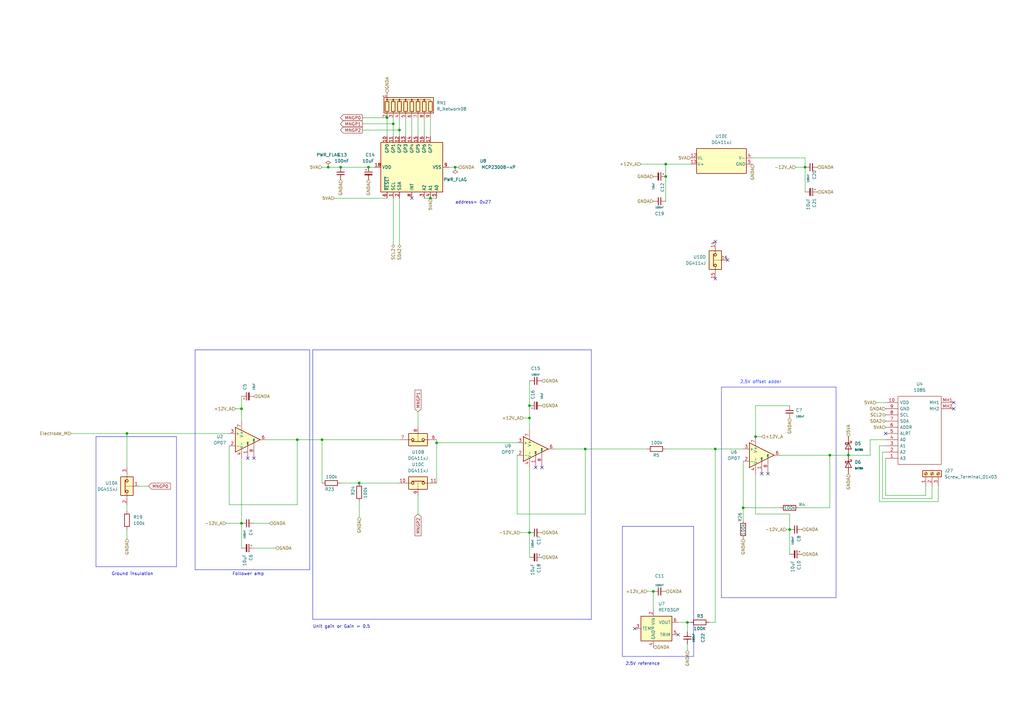
<source format=kicad_sch>
(kicad_sch (version 20230121) (generator eeschema)
  (paper "A3")
  (lib_symbols
    (symbol "1085:1085" (pin_names (offset 0.762))
      (property "Reference" "IC" (at 24.13 7.62 0))
      (property "Value" "1085" (at 24.13 5.08 0))
      (symbol "1085_0_0"
        (pin passive line (at 0 -22.86 0) (length 5.08) (name "A3") (number "1"))
        (pin passive line (at 0 0 0) (length 5.08) (name "VDD") (number "10"))
        (pin passive line (at 0 -20.32 0) (length 5.08) (name "A2") (number "2"))
        (pin passive line (at 0 -17.78 0) (length 5.08) (name "A1") (number "3"))
        (pin passive line (at 0 -15.24 0) (length 5.08) (name "A0") (number "4"))
        (pin passive line (at 0 -12.7 0) (length 5.08) (name "ALRT") (number "5"))
        (pin passive line (at 0 -10.16 0) (length 5.08) (name "ADDR") (number "6"))
        (pin passive line (at 0 -7.62 0) (length 5.08) (name "SDA") (number "7"))
        (pin passive line (at 0 -5.08 0) (length 5.08) (name "SCL") (number "8"))
        (pin passive line (at 0 -2.54 0) (length 5.08) (name "GND") (number "9"))
        (pin passive line (at 27.94 0 180) (length 5.08) (name "MH1") (number "MH1"))
        (pin passive line (at 27.94 -2.54 180) (length 5.08) (name "MH2") (number "MH2"))
      )
      (symbol "1085_0_1"
        (polyline (pts (xy 5.08 2.54) (xy 22.86 2.54) (xy 22.86 -25.4) (xy 5.08 -25.4) (xy 5.08 2.54)) (stroke (width 0.1524)))
      )
    )
    (symbol "Amplifier_Operational:OP07" (pin_names (offset 0.127))
      (property "Reference" "U" (at 1.27 6.35 0))
      (property "Value" "OP07" (at 1.27 3.81 0))
      (symbol "OP07_0_1"
        (polyline (pts (xy -5.08 5.08) (xy 5.08 0) (xy -5.08 -5.08) (xy -5.08 5.08)) (stroke (width 0.254)) (fill (type background)))
      )
      (symbol "OP07_1_1"
        (pin input line (at 0 -7.62 90) (length 5.08) (name "VOS") (number "1"))
        (pin input line (at -7.62 -2.54 0) (length 2.54) (name "-") (number "2"))
        (pin input line (at -7.62 2.54 0) (length 2.54) (name "+") (number "3"))
        (pin power_in line (at -2.54 -7.62 90) (length 3.81) (name "V-") (number "4"))
        (pin no_connect line (at 0 2.54 270) (length 2.54) hide (name "NC") (number "5"))
        (pin output line (at 7.62 0 180) (length 2.54) (name "~") (number "6"))
        (pin power_in line (at -2.54 7.62 270) (length 3.81) (name "V+") (number "7"))
        (pin input line (at 2.54 -7.62 90) (length 6.35) (name "VOS") (number "8"))
      )
    )
    (symbol "Analog_Switch:DG411xJ" (pin_names (offset 0.254))
      (property "Reference" "U" (at -3.175 5.334 0))
      (property "Value" "DG411xJ" (at -3.175 3.556 0))
      (symbol "DG411xJ_1_1"
        (rectangle (start -3.81 2.54) (end 3.81 -2.54) (stroke (width 0.254)) (fill (type background)))
        (circle (center -2.159 0) (radius 0.508) (stroke (width 0.254)))
        (polyline (pts (xy -5.08 0) (xy -2.794 0)))
        (polyline (pts (xy -2.54 0.762) (xy 2.54 0.762)) (stroke (width 0.254)))
        (polyline (pts (xy 0 -2.54) (xy 0 -2.032)))
        (polyline (pts (xy 0 -1.778) (xy 0 -1.524)))
        (polyline (pts (xy 0 -1.27) (xy 0 -1.016)))
        (polyline (pts (xy 0 -0.762) (xy 0 -0.508)))
        (polyline (pts (xy 0 -0.254) (xy 0 0)))
        (polyline (pts (xy 0 0.254) (xy 0 0.508)))
        (polyline (pts (xy 5.08 0) (xy 2.794 0)))
        (circle (center 2.159 0) (radius 0.508) (stroke (width 0.254)))
        (pin input line (at 0 -5.08 90) (length 2.54) (name "~") (number "1"))
        (pin passive line (at -7.62 0 0) (length 2.54) (name "~") (number "2"))
        (pin passive line (at 7.62 0 180) (length 2.54) (name "~") (number "3"))
      )
      (symbol "DG411xJ_2_1"
        (rectangle (start -3.81 2.54) (end 3.81 -2.54) (stroke (width 0.254)) (fill (type background)))
        (circle (center -2.159 0) (radius 0.508) (stroke (width 0.254)))
        (polyline (pts (xy -5.08 0) (xy -2.794 0)))
        (polyline (pts (xy -2.54 0.762) (xy 2.54 0.762)) (stroke (width 0.254)))
        (polyline (pts (xy 0 -2.54) (xy 0 -2.032)))
        (polyline (pts (xy 0 -1.778) (xy 0 -1.524)))
        (polyline (pts (xy 0 -1.27) (xy 0 -1.016)))
        (polyline (pts (xy 0 -0.762) (xy 0 -0.508)))
        (polyline (pts (xy 0 -0.254) (xy 0 0)))
        (polyline (pts (xy 0 0.254) (xy 0 0.508)))
        (polyline (pts (xy 5.08 0) (xy 2.794 0)))
        (circle (center 2.159 0) (radius 0.508) (stroke (width 0.254)))
        (pin passive line (at -7.62 0 0) (length 2.54) (name "~") (number "6"))
        (pin passive line (at 7.62 0 180) (length 2.54) (name "~") (number "7"))
        (pin input line (at 0 -5.08 90) (length 2.54) (name "~") (number "8"))
      )
      (symbol "DG411xJ_3_1"
        (rectangle (start -3.81 2.54) (end 3.81 -2.54) (stroke (width 0.254)) (fill (type background)))
        (circle (center -2.159 0) (radius 0.508) (stroke (width 0.254)))
        (polyline (pts (xy -5.08 0) (xy -2.794 0)))
        (polyline (pts (xy -2.54 0.762) (xy 2.54 0.762)) (stroke (width 0.254)))
        (polyline (pts (xy 0 -2.54) (xy 0 -2.032)))
        (polyline (pts (xy 0 -1.778) (xy 0 -1.524)))
        (polyline (pts (xy 0 -1.27) (xy 0 -1.016)))
        (polyline (pts (xy 0 -0.762) (xy 0 -0.508)))
        (polyline (pts (xy 0 -0.254) (xy 0 0)))
        (polyline (pts (xy 0 0.254) (xy 0 0.508)))
        (polyline (pts (xy 5.08 0) (xy 2.794 0)))
        (circle (center 2.159 0) (radius 0.508) (stroke (width 0.254)))
        (pin passive line (at -7.62 0 0) (length 2.54) (name "~") (number "10"))
        (pin passive line (at 7.62 0 180) (length 2.54) (name "~") (number "11"))
        (pin input line (at 0 -5.08 90) (length 2.54) (name "~") (number "9"))
      )
      (symbol "DG411xJ_4_1"
        (rectangle (start -3.81 2.54) (end 3.81 -2.54) (stroke (width 0.254)) (fill (type background)))
        (circle (center -2.159 0) (radius 0.508) (stroke (width 0.254)))
        (polyline (pts (xy -5.08 0) (xy -2.794 0)))
        (polyline (pts (xy -2.54 0.762) (xy 2.54 0.762)) (stroke (width 0.254)))
        (polyline (pts (xy 0 -2.54) (xy 0 -2.032)))
        (polyline (pts (xy 0 -1.778) (xy 0 -1.524)))
        (polyline (pts (xy 0 -1.27) (xy 0 -1.016)))
        (polyline (pts (xy 0 -0.762) (xy 0 -0.508)))
        (polyline (pts (xy 0 -0.254) (xy 0 0)))
        (polyline (pts (xy 0 0.254) (xy 0 0.508)))
        (polyline (pts (xy 5.08 0) (xy 2.794 0)))
        (circle (center 2.159 0) (radius 0.508) (stroke (width 0.254)))
        (pin passive line (at 7.62 0 180) (length 2.54) (name "~") (number "14"))
        (pin passive line (at -7.62 0 0) (length 2.54) (name "~") (number "15"))
        (pin input line (at 0 -5.08 90) (length 2.54) (name "~") (number "16"))
      )
      (symbol "DG411xJ_5_0"
        (pin power_in line (at 2.54 12.7 270) (length 2.54) (name "VL") (number "12"))
        (pin power_in line (at 0 12.7 270) (length 2.54) (name "V+") (number "13"))
        (pin power_in line (at 2.54 -12.7 90) (length 2.54) (name "V-") (number "4"))
        (pin power_in line (at 0 -12.7 90) (length 2.54) (name "GND") (number "5"))
      )
      (symbol "DG411xJ_5_1"
        (rectangle (start -3.81 10.16) (end 6.35 -10.16) (stroke (width 0.254)) (fill (type background)))
      )
    )
    (symbol "Connector:Screw_Terminal_01x03" (pin_names (offset 1.016) hide)
      (property "Reference" "J" (at 0 5.08 0))
      (property "Value" "Screw_Terminal_01x03" (at 0 -5.08 0))
      (symbol "Screw_Terminal_01x03_1_1"
        (rectangle (start -1.27 3.81) (end 1.27 -3.81) (stroke (width 0.254)) (fill (type background)))
        (circle (center 0 -2.54) (radius 0.635) (stroke (width 0.1524)))
        (polyline (pts (xy -0.5334 -2.2098) (xy 0.3302 -3.048)) (stroke (width 0.1524)))
        (polyline (pts (xy -0.5334 0.3302) (xy 0.3302 -0.508)) (stroke (width 0.1524)))
        (polyline (pts (xy -0.5334 2.8702) (xy 0.3302 2.032)) (stroke (width 0.1524)))
        (polyline (pts (xy -0.3556 -2.032) (xy 0.508 -2.8702)) (stroke (width 0.1524)))
        (polyline (pts (xy -0.3556 0.508) (xy 0.508 -0.3302)) (stroke (width 0.1524)))
        (polyline (pts (xy -0.3556 3.048) (xy 0.508 2.2098)) (stroke (width 0.1524)))
        (circle (center 0 0) (radius 0.635) (stroke (width 0.1524)))
        (circle (center 0 2.54) (radius 0.635) (stroke (width 0.1524)))
        (pin passive line (at -5.08 2.54 0) (length 3.81) (name "Pin_1") (number "1"))
        (pin passive line (at -5.08 0 0) (length 3.81) (name "Pin_2") (number "2"))
        (pin passive line (at -5.08 -2.54 0) (length 3.81) (name "Pin_3") (number "3"))
      )
    )
    (symbol "Device:C_Polarized_Small" (pin_numbers hide) (pin_names (offset 0.254) hide)
      (property "Reference" "C" (at 0.254 1.778 0))
      (property "Value" "C_Polarized_Small" (at 0.254 -2.032 0))
      (symbol "C_Polarized_Small_0_1"
        (rectangle (start -1.524 -0.3048) (end 1.524 -0.6858) (fill (type outline)))
        (rectangle (start -1.524 0.6858) (end 1.524 0.3048))
        (polyline (pts (xy -1.27 1.524) (xy -0.762 1.524)))
        (polyline (pts (xy -1.016 1.27) (xy -1.016 1.778)))
      )
      (symbol "C_Polarized_Small_1_1"
        (pin passive line (at 0 2.54 270) (length 1.8542) (name "~") (number "1"))
        (pin passive line (at 0 -2.54 90) (length 1.8542) (name "~") (number "2"))
      )
    )
    (symbol "Device:C_Small" (pin_numbers hide) (pin_names (offset 0.254) hide)
      (property "Reference" "C" (at 0.254 1.778 0))
      (property "Value" "C_Small" (at 0.254 -2.032 0))
      (symbol "C_Small_0_1"
        (polyline (pts (xy -1.524 -0.508) (xy 1.524 -0.508)) (stroke (width 0.3302)))
        (polyline (pts (xy -1.524 0.508) (xy 1.524 0.508)) (stroke (width 0.3048)))
      )
      (symbol "C_Small_1_1"
        (pin passive line (at 0 2.54 270) (length 2.032) (name "~") (number "1"))
        (pin passive line (at 0 -2.54 90) (length 2.032) (name "~") (number "2"))
      )
    )
    (symbol "Device:R" (pin_numbers hide) (pin_names (offset 0))
      (property "Reference" "R" (at 2.032 0 90))
      (property "Value" "R" (at 0 0 90))
      (symbol "R_0_1"
        (rectangle (start -1.016 -2.54) (end 1.016 2.54) (stroke (width 0.254)))
      )
      (symbol "R_1_1"
        (pin passive line (at 0 3.81 270) (length 1.27) (name "~") (number "1"))
        (pin passive line (at 0 -3.81 90) (length 1.27) (name "~") (number "2"))
      )
    )
    (symbol "Device:R_Network08" (pin_names (offset 0) hide)
      (property "Reference" "RN" (at -12.7 0 90))
      (property "Value" "R_Network08" (at 10.16 0 90))
      (symbol "R_Network08_0_1"
        (rectangle (start -11.43 -3.175) (end 8.89 3.175) (stroke (width 0.254)) (fill (type background)))
        (rectangle (start -10.922 1.524) (end -9.398 -2.54) (stroke (width 0.254)))
        (circle (center -10.16 2.286) (radius 0.254) (fill (type outline)))
        (rectangle (start -8.382 1.524) (end -6.858 -2.54) (stroke (width 0.254)))
        (circle (center -7.62 2.286) (radius 0.254) (fill (type outline)))
        (rectangle (start -5.842 1.524) (end -4.318 -2.54) (stroke (width 0.254)))
        (circle (center -5.08 2.286) (radius 0.254) (fill (type outline)))
        (rectangle (start -3.302 1.524) (end -1.778 -2.54) (stroke (width 0.254)))
        (circle (center -2.54 2.286) (radius 0.254) (fill (type outline)))
        (rectangle (start -0.762 1.524) (end 0.762 -2.54) (stroke (width 0.254)))
        (polyline (pts (xy -10.16 -2.54) (xy -10.16 -3.81)))
        (polyline (pts (xy -7.62 -2.54) (xy -7.62 -3.81)))
        (polyline (pts (xy -5.08 -2.54) (xy -5.08 -3.81)))
        (polyline (pts (xy -2.54 -2.54) (xy -2.54 -3.81)))
        (polyline (pts (xy 0 -2.54) (xy 0 -3.81)))
        (polyline (pts (xy 2.54 -2.54) (xy 2.54 -3.81)))
        (polyline (pts (xy 5.08 -2.54) (xy 5.08 -3.81)))
        (polyline (pts (xy 7.62 -2.54) (xy 7.62 -3.81)))
        (polyline (pts (xy -10.16 1.524) (xy -10.16 2.286) (xy -7.62 2.286) (xy -7.62 1.524)))
        (polyline (pts (xy -7.62 1.524) (xy -7.62 2.286) (xy -5.08 2.286) (xy -5.08 1.524)))
        (polyline (pts (xy -5.08 1.524) (xy -5.08 2.286) (xy -2.54 2.286) (xy -2.54 1.524)))
        (polyline (pts (xy -2.54 1.524) (xy -2.54 2.286) (xy 0 2.286) (xy 0 1.524)))
        (polyline (pts (xy 0 1.524) (xy 0 2.286) (xy 2.54 2.286) (xy 2.54 1.524)))
        (polyline (pts (xy 2.54 1.524) (xy 2.54 2.286) (xy 5.08 2.286) (xy 5.08 1.524)))
        (polyline (pts (xy 5.08 1.524) (xy 5.08 2.286) (xy 7.62 2.286) (xy 7.62 1.524)))
        (circle (center 0 2.286) (radius 0.254) (fill (type outline)))
        (rectangle (start 1.778 1.524) (end 3.302 -2.54) (stroke (width 0.254)))
        (circle (center 2.54 2.286) (radius 0.254) (fill (type outline)))
        (rectangle (start 4.318 1.524) (end 5.842 -2.54) (stroke (width 0.254)))
        (circle (center 5.08 2.286) (radius 0.254) (fill (type outline)))
        (rectangle (start 6.858 1.524) (end 8.382 -2.54) (stroke (width 0.254)))
      )
      (symbol "R_Network08_1_1"
        (pin passive line (at -10.16 5.08 270) (length 2.54) (name "common") (number "1"))
        (pin passive line (at -10.16 -5.08 90) (length 1.27) (name "R1") (number "2"))
        (pin passive line (at -7.62 -5.08 90) (length 1.27) (name "R2") (number "3"))
        (pin passive line (at -5.08 -5.08 90) (length 1.27) (name "R3") (number "4"))
        (pin passive line (at -2.54 -5.08 90) (length 1.27) (name "R4") (number "5"))
        (pin passive line (at 0 -5.08 90) (length 1.27) (name "R5") (number "6"))
        (pin passive line (at 2.54 -5.08 90) (length 1.27) (name "R6") (number "7"))
        (pin passive line (at 5.08 -5.08 90) (length 1.27) (name "R7") (number "8"))
        (pin passive line (at 7.62 -5.08 90) (length 1.27) (name "R8") (number "9"))
      )
    )
    (symbol "Diode:BAT86" (pin_numbers hide) (pin_names (offset 1.016) hide)
      (property "Reference" "D" (at 0 2.54 0))
      (property "Value" "BAT86" (at 0 -2.54 0))
      (symbol "BAT86_0_1"
        (polyline (pts (xy 1.27 0) (xy -1.27 0)))
        (polyline (pts (xy 1.27 1.27) (xy 1.27 -1.27) (xy -1.27 0) (xy 1.27 1.27)) (stroke (width 0.254)))
        (polyline (pts (xy -1.905 0.635) (xy -1.905 1.27) (xy -1.27 1.27) (xy -1.27 -1.27) (xy -0.635 -1.27) (xy -0.635 -0.635)) (stroke (width 0.254)))
      )
      (symbol "BAT86_1_1"
        (pin passive line (at -3.81 0 0) (length 2.54) (name "K") (number "1"))
        (pin passive line (at 3.81 0 180) (length 2.54) (name "A") (number "2"))
      )
    )
    (symbol "Interface_Expansion:MCP23008-xP"
      (property "Reference" "U" (at -8.89 13.97 0))
      (property "Value" "MCP23008-xP" (at 8.89 13.97 0))
      (symbol "MCP23008-xP_0_1"
        (rectangle (start -10.16 12.7) (end 10.16 -12.7) (stroke (width 0.254)) (fill (type background)))
      )
      (symbol "MCP23008-xP_1_1"
        (pin input line (at -12.7 7.62 0) (length 2.54) (name "SCL") (number "1"))
        (pin bidirectional line (at 12.7 10.16 180) (length 2.54) (name "GP0") (number "10"))
        (pin bidirectional line (at 12.7 7.62 180) (length 2.54) (name "GP1") (number "11"))
        (pin bidirectional line (at 12.7 5.08 180) (length 2.54) (name "GP2") (number "12"))
        (pin bidirectional line (at 12.7 2.54 180) (length 2.54) (name "GP3") (number "13"))
        (pin bidirectional line (at 12.7 0 180) (length 2.54) (name "GP4") (number "14"))
        (pin bidirectional line (at 12.7 -2.54 180) (length 2.54) (name "GP5") (number "15"))
        (pin bidirectional line (at 12.7 -5.08 180) (length 2.54) (name "GP6") (number "16"))
        (pin bidirectional line (at 12.7 -7.62 180) (length 2.54) (name "GP7") (number "17"))
        (pin power_in line (at 0 15.24 270) (length 2.54) (name "VDD") (number "18"))
        (pin bidirectional line (at -12.7 5.08 0) (length 2.54) (name "SDA") (number "2"))
        (pin input line (at -12.7 -5.08 0) (length 2.54) (name "A2") (number "3"))
        (pin input line (at -12.7 -7.62 0) (length 2.54) (name "A1") (number "4"))
        (pin input line (at -12.7 -10.16 0) (length 2.54) (name "A0") (number "5"))
        (pin input line (at -12.7 10.16 0) (length 2.54) (name "~{RESET}") (number "6"))
        (pin no_connect line (at -10.16 -2.54 0) (length 2.54) hide (name "NC") (number "7"))
        (pin output line (at -12.7 0 0) (length 2.54) (name "INT") (number "8"))
        (pin power_in line (at 0 -15.24 90) (length 2.54) (name "VSS") (number "9"))
      )
    )
    (symbol "Reference_Voltage:REF03GP"
      (property "Reference" "U" (at 0.635 8.255 0))
      (property "Value" "REF03GP" (at 0.635 6.35 0))
      (symbol "REF03GP_0_1"
        (rectangle (start -5.08 5.08) (end 7.62 -5.08) (stroke (width 0.254)) (fill (type background)))
      )
      (symbol "REF03GP_1_1"
        (pin no_connect line (at 2.54 -5.08 90) (length 2.54) hide (name "NC") (number "1"))
        (pin power_in line (at 0 7.62 270) (length 2.54) (name "VIN") (number "2"))
        (pin passive line (at -7.62 0 0) (length 2.54) (name "TEMP") (number "3"))
        (pin power_in line (at 0 -7.62 90) (length 2.54) (name "GND") (number "4"))
        (pin passive line (at 10.16 -2.54 180) (length 2.54) (name "TRIM") (number "5"))
        (pin power_out line (at 10.16 2.54 180) (length 2.54) (name "VOUT") (number "6"))
        (pin no_connect line (at -2.54 -5.08 90) (length 2.54) hide (name "NC") (number "7"))
        (pin no_connect line (at 7.62 0 180) (length 2.54) hide (name "NC") (number "8"))
      )
    )
    (symbol "power:PWR_FLAG" (power) (pin_numbers hide) (pin_names (offset 0) hide)
      (property "Value" "PWR_FLAG" (at 0 3.81 0))
      (symbol "PWR_FLAG_0_0"
        (pin power_out line (at 0 0 90) (length 0) (name "pwr") (number "1"))
      )
      (symbol "PWR_FLAG_0_1"
        (polyline (pts (xy 0 0) (xy 0 1.27) (xy -1.016 1.905) (xy 0 2.54) (xy 1.016 1.905) (xy 0 1.27)))
      )
    )
  )
  (junction (at 273.05 67.31))
  (junction (at 158.75 48.26))
  (junction (at 132.08 180.34))
  (junction (at 340.36 186.69))
  (junction (at 99.06 214.63))
  (junction (at 139.7 68.58))
  (junction (at 217.17 171.45))
  (junction (at 121.92 180.34))
  (junction (at 273.05 72.39))
  (junction (at 330.2 68.58))
  (junction (at 176.53 81.28))
  (junction (at 163.83 53.34))
  (junction (at 179.07 181.61))
  (junction (at 323.85 217.17))
  (junction (at 217.17 166.37))
  (junction (at 161.29 50.8))
  (junction (at 147.32 198.12))
  (junction (at 134.62 68.58))
  (junction (at 186.69 68.58))
  (junction (at 240.03 184.15))
  (junction (at 217.17 218.44))
  (junction (at 151.13 68.58))
  (junction (at 347.98 186.69))
  (junction (at 267.97 242.57))
  (junction (at 309.88 179.07))
  (junction (at 99.06 167.64))
  (junction (at 293.37 184.15))
  (junction (at 281.94 255.27))
  (junction (at 52.07 177.8))
  (junction (at 304.8 208.28))
  (no_connect (at 298.45 106.68))
  (no_connect (at 314.96 194.31))
  (no_connect (at 278.13 260.35))
  (no_connect (at 293.37 99.06))
  (no_connect (at 260.35 257.81))
  (no_connect (at 293.37 114.3))
  (no_connect (at 222.25 191.77))
  (no_connect (at 391.16 167.64))
  (no_connect (at 101.6 187.96))
  (no_connect (at 312.42 194.31))
  (no_connect (at 219.71 191.77))
  (no_connect (at 391.16 165.1))
  (no_connect (at 104.14 187.96))
  (no_connect (at 363.22 177.8))
  (no_connect (at 168.91 81.28))
  (wire (pts (xy 217.17 156.21) (xy 217.17 166.37)))
  (wire (pts (xy 171.45 203.2) (xy 171.45 210.82)))
  (wire (pts (xy 304.8 208.28) (xy 304.8 213.36)))
  (wire (pts (xy 158.75 46.99) (xy 158.75 48.26)))
  (wire (pts (xy 309.88 194.31) (xy 309.88 210.82)))
  (wire (pts (xy 99.06 162.56) (xy 99.06 167.64)))
  (wire (pts (xy 99.06 187.96) (xy 99.06 214.63)))
  (polyline (pts (xy 342.9 158.75) (xy 342.9 245.11)))
  (polyline (pts (xy 242.57 254) (xy 242.57 143.51)))
  (wire (pts (xy 290.83 255.27) (xy 293.37 255.27)))
  (wire (pts (xy 326.39 68.58) (xy 330.2 68.58)))
  (polyline (pts (xy 39.37 179.07) (xy 39.37 232.41)))
  (wire (pts (xy 217.17 218.44) (xy 217.17 228.6)))
  (wire (pts (xy 121.92 180.34) (xy 121.92 207.01)))
  (wire (pts (xy 240.03 184.15) (xy 265.43 184.15)))
  (wire (pts (xy 163.83 53.34) (xy 163.83 55.88)))
  (wire (pts (xy 121.92 180.34) (xy 132.08 180.34)))
  (wire (pts (xy 323.85 217.17) (xy 323.85 227.33)))
  (wire (pts (xy 217.17 171.45) (xy 217.17 176.53)))
  (wire (pts (xy 281.94 255.27) (xy 283.21 255.27)))
  (wire (pts (xy 262.89 67.31) (xy 273.05 67.31)))
  (wire (pts (xy 309.88 166.37) (xy 309.88 179.07)))
  (wire (pts (xy 265.43 242.57) (xy 267.97 242.57)))
  (wire (pts (xy 359.41 165.1) (xy 363.22 165.1)))
  (polyline (pts (xy 128.27 143.51) (xy 128.27 254)))
  (wire (pts (xy 356.87 180.34) (xy 356.87 186.69)))
  (wire (pts (xy 214.63 171.45) (xy 217.17 171.45)))
  (wire (pts (xy 52.07 177.8) (xy 93.98 177.8)))
  (polyline (pts (xy 255.27 269.24) (xy 284.48 269.24)))
  (wire (pts (xy 99.06 214.63) (xy 99.06 224.79)))
  (wire (pts (xy 379.73 203.2) (xy 363.22 203.2)))
  (wire (pts (xy 179.07 181.61) (xy 179.07 198.12)))
  (polyline (pts (xy 255.27 215.9) (xy 284.48 215.9)))
  (wire (pts (xy 161.29 81.28) (xy 161.29 100.33)))
  (wire (pts (xy 137.16 81.28) (xy 158.75 81.28)))
  (wire (pts (xy 217.17 191.77) (xy 217.17 218.44)))
  (polyline (pts (xy 80.01 143.51) (xy 80.01 233.68)))
  (wire (pts (xy 168.91 48.26) (xy 168.91 55.88)))
  (wire (pts (xy 363.22 180.34) (xy 356.87 180.34)))
  (wire (pts (xy 330.2 68.58) (xy 330.2 78.74)))
  (wire (pts (xy 52.07 207.01) (xy 52.07 209.55)))
  (wire (pts (xy 92.71 214.63) (xy 99.06 214.63)))
  (wire (pts (xy 340.36 186.69) (xy 320.04 186.69)))
  (wire (pts (xy 212.09 186.69) (xy 212.09 210.82)))
  (wire (pts (xy 363.22 185.42) (xy 361.95 185.42)))
  (wire (pts (xy 304.8 189.23) (xy 304.8 208.28)))
  (wire (pts (xy 147.32 198.12) (xy 163.83 198.12)))
  (wire (pts (xy 110.49 214.63) (xy 104.14 214.63)))
  (wire (pts (xy 139.7 198.12) (xy 147.32 198.12)))
  (polyline (pts (xy 255.27 215.9) (xy 255.27 269.24)))
  (wire (pts (xy 273.05 72.39) (xy 273.05 67.31)))
  (wire (pts (xy 93.98 207.01) (xy 121.92 207.01)))
  (wire (pts (xy 347.98 186.69) (xy 356.87 186.69)))
  (wire (pts (xy 113.03 224.79) (xy 104.14 224.79)))
  (wire (pts (xy 293.37 184.15) (xy 293.37 255.27)))
  (wire (pts (xy 163.83 48.26) (xy 163.83 53.34)))
  (wire (pts (xy 57.15 199.39) (xy 60.96 199.39)))
  (wire (pts (xy 186.69 68.58) (xy 184.15 68.58)))
  (wire (pts (xy 173.99 81.28) (xy 176.53 81.28)))
  (polyline (pts (xy 80.01 143.51) (xy 127 143.51)))
  (wire (pts (xy 217.17 166.37) (xy 217.17 171.45)))
  (polyline (pts (xy 72.39 179.07) (xy 39.37 179.07)))
  (polyline (pts (xy 295.91 245.11) (xy 295.91 158.75)))
  (wire (pts (xy 132.08 180.34) (xy 163.83 180.34)))
  (wire (pts (xy 379.73 199.39) (xy 379.73 203.2)))
  (wire (pts (xy 309.88 166.37) (xy 323.85 166.37)))
  (polyline (pts (xy 342.9 245.11) (xy 295.91 245.11)))
  (wire (pts (xy 187.96 68.58) (xy 186.69 68.58)))
  (wire (pts (xy 176.53 81.28) (xy 179.07 81.28)))
  (wire (pts (xy 96.52 167.64) (xy 99.06 167.64)))
  (wire (pts (xy 52.07 177.8) (xy 52.07 191.77)))
  (polyline (pts (xy 128.27 143.51) (xy 242.57 143.51)))
  (wire (pts (xy 148.59 50.8) (xy 161.29 50.8)))
  (wire (pts (xy 323.85 210.82) (xy 323.85 217.17)))
  (wire (pts (xy 212.09 210.82) (xy 240.03 210.82)))
  (wire (pts (xy 139.7 68.58) (xy 151.13 68.58)))
  (wire (pts (xy 361.95 185.42) (xy 361.95 204.47)))
  (wire (pts (xy 132.08 180.34) (xy 132.08 198.12)))
  (wire (pts (xy 340.36 186.69) (xy 347.98 186.69)))
  (wire (pts (xy 179.07 180.34) (xy 179.07 181.61)))
  (wire (pts (xy 99.06 167.64) (xy 99.06 172.72)))
  (wire (pts (xy 340.36 186.69) (xy 340.36 208.28)))
  (wire (pts (xy 179.07 181.61) (xy 212.09 181.61)))
  (wire (pts (xy 340.36 208.28) (xy 327.66 208.28)))
  (wire (pts (xy 240.03 184.15) (xy 240.03 210.82)))
  (wire (pts (xy 273.05 67.31) (xy 283.21 67.31)))
  (polyline (pts (xy 295.91 158.75) (xy 342.9 158.75)))
  (wire (pts (xy 382.27 199.39) (xy 382.27 204.47)))
  (wire (pts (xy 161.29 48.26) (xy 161.29 50.8)))
  (wire (pts (xy 384.81 199.39) (xy 384.81 205.74)))
  (polyline (pts (xy 127 233.68) (xy 127 143.51)))
  (wire (pts (xy 281.94 255.27) (xy 281.94 259.08)))
  (wire (pts (xy 148.59 48.26) (xy 158.75 48.26)))
  (wire (pts (xy 363.22 182.88) (xy 360.68 182.88)))
  (polyline (pts (xy 80.01 233.68) (xy 127 233.68)))
  (wire (pts (xy 176.53 48.26) (xy 176.53 55.88)))
  (wire (pts (xy 384.81 205.74) (xy 360.68 205.74)))
  (wire (pts (xy 151.13 68.58) (xy 153.67 68.58)))
  (wire (pts (xy 109.22 180.34) (xy 121.92 180.34)))
  (wire (pts (xy 52.07 217.17) (xy 52.07 220.98)))
  (wire (pts (xy 309.88 210.82) (xy 323.85 210.82)))
  (wire (pts (xy 267.97 242.57) (xy 267.97 250.19)))
  (wire (pts (xy 93.98 182.88) (xy 93.98 207.01)))
  (wire (pts (xy 273.05 184.15) (xy 293.37 184.15)))
  (wire (pts (xy 213.36 218.44) (xy 217.17 218.44)))
  (wire (pts (xy 382.27 204.47) (xy 361.95 204.47)))
  (wire (pts (xy 147.32 205.74) (xy 147.32 212.09)))
  (wire (pts (xy 281.94 264.16) (xy 281.94 266.7)))
  (wire (pts (xy 171.45 168.91) (xy 171.45 175.26)))
  (wire (pts (xy 158.75 48.26) (xy 158.75 55.88)))
  (polyline (pts (xy 128.27 254) (xy 242.57 254)))
  (wire (pts (xy 304.8 208.28) (xy 320.04 208.28)))
  (wire (pts (xy 273.05 82.55) (xy 273.05 72.39)))
  (wire (pts (xy 132.08 68.58) (xy 134.62 68.58)))
  (wire (pts (xy 148.59 53.34) (xy 163.83 53.34)))
  (wire (pts (xy 330.2 64.77) (xy 330.2 68.58)))
  (wire (pts (xy 293.37 184.15) (xy 304.8 184.15)))
  (wire (pts (xy 163.83 81.28) (xy 163.83 100.33)))
  (polyline (pts (xy 72.39 179.07) (xy 72.39 232.41)))
  (wire (pts (xy 173.99 48.26) (xy 173.99 55.88)))
  (wire (pts (xy 171.45 48.26) (xy 171.45 55.88)))
  (polyline (pts (xy 284.48 269.24) (xy 284.48 215.9)))
  (wire (pts (xy 322.58 217.17) (xy 323.85 217.17)))
  (wire (pts (xy 330.2 64.77) (xy 308.61 64.77)))
  (wire (pts (xy 161.29 50.8) (xy 161.29 55.88)))
  (wire (pts (xy 360.68 182.88) (xy 360.68 205.74)))
  (wire (pts (xy 278.13 255.27) (xy 281.94 255.27)))
  (polyline (pts (xy 39.37 232.41) (xy 72.39 232.41)))
  (wire (pts (xy 29.21 177.8) (xy 52.07 177.8)))
  (wire (pts (xy 363.22 187.96) (xy 363.22 203.2)))
  (wire (pts (xy 166.37 48.26) (xy 166.37 55.88)))
  (wire (pts (xy 134.62 68.58) (xy 139.7 68.58)))
  (wire (pts (xy 309.88 179.07) (xy 312.42 179.07)))
  (wire (pts (xy 227.33 184.15) (xy 240.03 184.15)))
  (text "Follower amp" (at 95.25 236.22 0) (effects (font (size 1.27 1.27)) (justify left bottom)))
  (text "address= 0x27" (at 186.69 83.82 0) (effects (font (size 1.27 1.27)) (justify left bottom)))
  (text "Ground insulation" (at 45.72 236.22 0) (effects (font (size 1.27 1.27)) (justify left bottom)))
  (text "2.5V reference" (at 256.54 273.05 0) (effects (font (size 1.27 1.27)) (justify left bottom)))
  (text "Unit gain or Gain = 0.5" (at 128.27 257.81 0) (effects (font (size 1.27 1.27)) (justify left bottom)))
  (text "2.5V offset adder" (at 303.53 157.48 0) (effects (font (size 1.27 1.27)) (justify left bottom)))
  (global_label "MNGP2" (shape output) (at 148.59 53.34 180) (property "Intersheetrefs" "${INTERSHEET_REFS}" (effects hide)))
  (global_label "MNGP1" (shape input) (at 171.45 168.91 90) (property "Intersheetrefs" "${INTERSHEET_REFS}" (effects hide)))
  (global_label "MNGP2" (shape input) (at 171.45 210.82 270) (property "Intersheetrefs" "${INTERSHEET_REFS}" (effects hide)))
  (global_label "MNGP0" (shape input) (at 60.96 199.39 0) (property "Intersheetrefs" "${INTERSHEET_REFS}" (effects hide)))
  (global_label "MNGP0" (shape output) (at 148.59 48.26 180) (property "Intersheetrefs" "${INTERSHEET_REFS}" (effects hide)))
  (global_label "MNGP1" (shape output) (at 148.59 50.8 180) (property "Intersheetrefs" "${INTERSHEET_REFS}" (effects hide)))
  (hierarchical_label "GNDA" (shape input) (at 323.85 171.45 270))
  (hierarchical_label "5VA" (shape input) (at 363.22 175.26 180))
  (hierarchical_label "GNDA" (shape input) (at 347.98 194.31 270))
  (hierarchical_label "GNDA" (shape input) (at 113.03 224.79 0))
  (hierarchical_label "GNDA" (shape input) (at 158.75 38.1 90))
  (hierarchical_label "+12V_A" (shape input) (at 265.43 242.57 180))
  (hierarchical_label "-12V_A" (shape input) (at 92.71 214.63 180))
  (hierarchical_label "GNDA" (shape input) (at 110.49 214.63 0))
  (hierarchical_label "+12V_A" (shape input) (at 96.52 167.64 180))
  (hierarchical_label "5VA" (shape input) (at 132.08 68.58 180))
  (hierarchical_label "SCL2" (shape bidirectional) (at 161.29 100.33 270))
  (hierarchical_label "GNDA" (shape input) (at 304.8 220.98 270))
  (hierarchical_label "GNDA" (shape input) (at 222.25 218.44 0))
  (hierarchical_label "GNDA" (shape input) (at 267.97 265.43 0))
  (hierarchical_label "-12V_A" (shape input) (at 322.58 217.17 180))
  (hierarchical_label "GNDA" (shape input) (at 222.25 228.6 0))
  (hierarchical_label "GNDA" (shape input) (at 52.07 220.98 270))
  (hierarchical_label "SCL2" (shape bidirectional) (at 363.22 170.18 180))
  (hierarchical_label "5VA" (shape input) (at 137.16 81.28 180))
  (hierarchical_label "+12V_A" (shape input) (at 312.42 179.07 0))
  (hierarchical_label "GNDA" (shape input) (at 151.13 73.66 270))
  (hierarchical_label "+12V_A" (shape input) (at 262.89 67.31 180))
  (hierarchical_label "GNDA" (shape input) (at 222.25 156.21 0))
  (hierarchical_label "GNDA" (shape input) (at 335.28 78.74 0))
  (hierarchical_label "SDA2" (shape bidirectional) (at 363.22 172.72 180))
  (hierarchical_label "GNDA" (shape input) (at 328.93 217.17 0))
  (hierarchical_label "+12V_A" (shape input) (at 214.63 171.45 180))
  (hierarchical_label "GNDA" (shape input) (at 104.14 162.56 0))
  (hierarchical_label "GNDA" (shape input) (at 222.25 166.37 0))
  (hierarchical_label "Electrode_M" (shape input) (at 29.21 177.8 180))
  (hierarchical_label "GNDA" (shape input) (at 147.32 212.09 270))
  (hierarchical_label "GNDA" (shape input) (at 267.97 72.39 180))
  (hierarchical_label "5VA" (shape input) (at 347.98 179.07 90))
  (hierarchical_label "-12V_A" (shape input) (at 326.39 68.58 180))
  (hierarchical_label "GNDA" (shape input) (at 187.96 68.58 0))
  (hierarchical_label "GNDA" (shape input) (at 328.93 227.33 0))
  (hierarchical_label "GNDA" (shape input) (at 335.28 68.58 0))
  (hierarchical_label "GNDA" (shape input) (at 273.05 242.57 0))
  (hierarchical_label "5VA" (shape input) (at 176.53 81.28 270))
  (hierarchical_label "5VA" (shape input) (at 283.21 64.77 180))
  (hierarchical_label "5VA" (shape input) (at 359.41 165.1 180))
  (hierarchical_label "GNDA" (shape input) (at 267.97 82.55 180))
  (hierarchical_label "GNDA" (shape input) (at 281.94 266.7 270))
  (hierarchical_label "-12V_A" (shape input) (at 213.36 218.44 180))
  (hierarchical_label "GNDA" (shape input) (at 139.7 73.66 270))
  (hierarchical_label "GNDA" (shape input) (at 363.22 167.64 180))
  (hierarchical_label "SDA2" (shape bidirectional) (at 163.83 100.33 270))
  (hierarchical_label "GNDA" (shape input) (at 308.61 67.31 270))
  (symbol (lib_id "Device:C_Polarized_Small") (at 326.39 227.33 270) (unit 1)
    (property "Reference" "C10" (at 327.66 229.87 0) (effects (justify left)))
    (property "Value" "10uF" (at 325.12 229.87 0) (effects (justify left)))
    (property "Footprint" "Capacitor_THT:CP_Radial_D6.3mm_P2.50mm" (effects hide))
    (property "Description" "10 µF chemical capacitor (take care of the polarity)" (effects hide))
  )
  (symbol (lib_id "power:PWR_FLAG") (at 134.62 68.58 0) (unit 1)
    (property "Reference" "#FLG03" (effects hide))
    (property "Value" "PWR_FLAG" (at 134.62 63.5 0))
  )
  (symbol (lib_id "Device:C_Polarized_Small") (at 101.6 224.79 270) (unit 1)
    (property "Reference" "C6" (at 102.87 227.33 0) (effects (justify left)))
    (property "Value" "10uF" (at 100.33 227.33 0) (effects (justify left)))
    (property "Footprint" "Capacitor_THT:CP_Radial_D6.3mm_P2.50mm" (effects hide))
    (property "Description" "10 µF chemical capacitor (take care of the polarity)" (effects hide))
  )
  (symbol (lib_id "Device:R") (at 269.24 184.15 90) (unit 1)
    (property "Reference" "R5" (at 270.51 186.69 90) (effects (justify left)))
    (property "Value" "100k" (at 271.78 181.61 90) (effects (justify left)))
    (property "Footprint" "Resistor_THT:R_Axial_DIN0207_L6.3mm_D2.5mm_P7.62mm_Horizontal" (effects hide))
    (property "Description" "100 kohms resistor" (effects hide))
  )
  (symbol (lib_id "Analog_Switch:DG411xJ") (at 171.45 180.34 180) (unit 2)
    (property "Reference" "U10" (at 171.45 185.42 0))
    (property "Value" "DG411xJ" (at 171.45 187.96 0))
    (property "Footprint" "Package_DIP:DIP-16_W7.62mm" (effects hide))
    (property "Datasheet" "https://datasheets.maximintegrated.com/en/ds/DG411-DG413.pdf" (effects hide))
    (property "Description" "DG411xJ (analog switch) mounted on 2x4 DIP8 socket support" (effects hide))
  )
  (symbol (lib_id "Interface_Expansion:MCP23008-xP") (at 168.91 68.58 90) (unit 1)
    (property "Reference" "U8" (at 198.12 66.04 90))
    (property "Value" "MCP23008-xP" (at 204.47 68.58 90))
    (property "Footprint" "Package_DIP:DIP-18_W7.62mm" (effects hide))
    (property "Datasheet" "http://ww1.microchip.com/downloads/en/DeviceDoc/MCP23008-MCP23S08-Data-Sheet-20001919F.pdf" (effects hide))
    (property "Description" "MCP23008 mounted on 2x9 DIP18 socket support" (effects hide))
  )
  (symbol (lib_id "Device:R") (at 135.89 198.12 90) (unit 1)
    (property "Reference" "R23" (at 137.16 200.66 90) (effects (justify left)))
    (property "Value" "100k" (at 138.43 195.58 90) (effects (justify left)))
    (property "Footprint" "Resistor_THT:R_Axial_DIN0207_L6.3mm_D2.5mm_P7.62mm_Horizontal" (effects hide))
    (property "Description" "100 kohms resistor" (effects hide))
  )
  (symbol (lib_id "Analog_Switch:DG411xJ") (at 293.37 106.68 90) (unit 4)
    (property "Reference" "U10" (at 289.56 105.4099 90) (effects (justify left)))
    (property "Value" "DG411xJ" (at 289.56 107.9499 90) (effects (justify left)))
    (property "Footprint" "Package_DIP:DIP-16_W7.62mm" (effects hide))
    (property "Datasheet" "https://datasheets.maximintegrated.com/en/ds/DG411-DG413.pdf" (effects hide))
    (property "Description" "DG411xJ (analog switch) mounted on 2x4 DIP8 socket support" (effects hide))
  )
  (symbol (lib_id "Device:C_Polarized_Small") (at 332.74 78.74 270) (unit 1)
    (property "Reference" "C21" (at 334.01 81.28 0) (effects (justify left)))
    (property "Value" "10uF" (at 331.47 81.28 0) (effects (justify left)))
    (property "Footprint" "Capacitor_THT:CP_Radial_D6.3mm_P2.50mm" (effects hide))
    (property "Description" "10 µF chemical capacitor (take care of the polarity)" (effects hide))
  )
  (symbol (lib_id "Analog_Switch:DG411xJ") (at 295.91 67.31 90) (unit 5)
    (property "Reference" "U10" (at 295.91 55.88 90))
    (property "Value" "DG411xJ" (at 295.91 58.42 90))
    (property "Footprint" "Package_DIP:DIP-16_W7.62mm" (effects hide))
    (property "Datasheet" "https://datasheets.maximintegrated.com/en/ds/DG411-DG413.pdf" (effects hide))
    (property "Description" "DG411xJ (analog switch) mounted on 2x4 DIP8 socket support" (effects hide))
  )
  (symbol (lib_id "Device:C_Polarized_Small") (at 151.13 71.12 0) (unit 1)
    (property "Reference" "C14" (at 149.86 63.5 0) (effects (justify left)))
    (property "Value" "10uF" (at 148.59 66.04 0) (effects (justify left)))
    (property "Footprint" "Capacitor_THT:CP_Radial_D6.3mm_P2.50mm" (effects hide))
    (property "Description" "10 µF chemical capacitor (take care of the polarity)" (effects hide))
  )
  (symbol (lib_id "Reference_Voltage:REF03GP") (at 267.97 257.81 0) (unit 1)
    (property "Reference" "U7" (at 269.9894 247.65 0) (effects (justify left)))
    (property "Value" "REF03GP" (at 269.9894 250.19 0) (effects (justify left)))
    (property "Footprint" "Package_DIP:DIP-8_W7.62mm" (effects hide))
    (property "Datasheet" "https://www.analog.com/media/en/technical-documentation/data-sheets/REF01_02_03.pdf" (effects hide))
    (property "Description" "REF03GP reference voltage at 2.5V mounted on 2x4 DIP8 socket support" (effects hide))
  )
  (symbol (lib_id "Amplifier_Operational:OP07") (at 101.6 180.34 0) (unit 1)
    (property "Reference" "U2" (at 90.17 179.07 0))
    (property "Value" "OP07" (at 90.17 181.61 0))
    (property "Footprint" "Package_DIP:DIP-8_W7.62mm" (effects hide))
    (property "Datasheet" "https://www.analog.com/media/en/technical-documentation/data-sheets/OP07.pdf" (effects hide))
    (property "Description" "OP07 (analog amplificator) mounted on 2x4 DIP8 socket support" (effects hide))
  )
  (symbol (lib_id "1085:1085") (at 363.22 165.1 0) (unit 1)
    (property "Reference" "U4" (at 377.19 157.48 0))
    (property "Value" "1085" (at 377.19 160.02 0))
    (property "Footprint" "1085" (effects hide))
    (property "Datasheet" "https://cdn-shop.adafruit.com/datasheets/ads1115.pdf" (effects hide))
    (property "Description" "Data Conversion IC Development Tools ADS1115 16-Bit ADC - 4 Channel with Programmable Gain Amplifier" (effects hide))
    (property "Height" "5" (effects hide))
    (property "Manufacturer_Name" "Adafruit" (effects hide))
    (property "Manufacturer_Part_Number" "1085" (effects hide))
    (property "Mouser Part Number" "485-1085" (effects hide))
    (property "Mouser Price/Stock" "https://www.mouser.co.uk/ProductDetail/Adafruit/1085?qs=GURawfaeGuCW8oufi8WauA%3D%3D" (effects hide))
    (property "Arrow Part Number" "1085" (effects hide))
    (property "Arrow Price/Stock" "https://www.arrow.com/en/products/1085/adafruit-industries?region=nac" (effects hide))
  )
  (symbol (lib_id "Diode:BAT86") (at 347.98 190.5 270) (unit 1)
    (property "Reference" "D6" (at 350.52 189.5474 90) (effects (justify left)))
    (property "Value" "BAT86" (at 350.52 192.0874 90) (effects (font (size 0.75 0.75)) (justify left)))
    (property "Footprint" "Diode_THT:D_DO-35_SOD27_P7.62mm_Horizontal" (effects hide))
    (property "Datasheet" "https://assets.nexperia.com/documents/data-sheet/BAT86.pdf" (effects hide))
    (property "Description" "Diode BAT86" (effects hide))
  )
  (symbol (lib_id "power:PWR_FLAG") (at 186.69 68.58 180) (unit 1)
    (property "Reference" "#FLG01" (effects hide))
    (property "Value" "PWR_FLAG" (at 186.69 73.66 0))
    (instances (project "mb.2024.1.0" (path "" (reference "#FLG01") (unit 1)) (path "" (reference "#FLG06") (unit 1))))
  )
  (symbol (lib_id "Device:C_Small") (at 332.74 68.58 90) (unit 1)
    (property "Reference" "C20" (at 334.01 73.66 0) (effects (justify left)))
    (property "Value" "100nF" (at 331.47 74.93 0) (effects (font (size 0.75 0.75)) (justify left)))
    (property "Footprint" "Capacitor_THT:C_Disc_D8.0mm_W2.5mm_P5.00mm" (effects hide))
    (property "Description" "100 nF ceramic capacitor (no polarity)" (effects hide))
  )
  (symbol (lib_id "Device:C_Small") (at 219.71 218.44 90) (unit 1)
    (property "Reference" "C17" (at 220.98 223.52 0) (effects (justify left)))
    (property "Value" "100nF" (at 218.44 224.79 0) (effects (font (size 0.75 0.75)) (justify left)))
    (property "Footprint" "Capacitor_THT:C_Disc_D8.0mm_W2.5mm_P5.00mm" (effects hide))
    (property "Description" "100 nF ceramic capacitor (no polarity)" (effects hide))
  )
  (symbol (lib_id "Device:C_Small") (at 326.39 217.17 90) (unit 1)
    (property "Reference" "C8" (at 327.66 222.25 0) (effects (justify left)))
    (property "Value" "100nF" (at 325.12 223.52 0) (effects (font (size 0.75 0.75)) (justify left)))
    (property "Footprint" "Capacitor_THT:C_Disc_D8.0mm_W2.5mm_P5.00mm" (effects hide))
    (property "Description" "100 nF ceramic capacitor (no polarity)" (effects hide))
  )
  (symbol (lib_id "Amplifier_Operational:OP07") (at 312.42 186.69 0) (unit 1)
    (property "Reference" "U6" (at 300.99 185.42 0))
    (property "Value" "OP07" (at 300.99 187.96 0))
    (property "Footprint" "Package_DIP:DIP-8_W7.62mm" (effects hide))
    (property "Datasheet" "https://www.analog.com/media/en/technical-documentation/data-sheets/OP07.pdf" (effects hide))
    (property "Description" "OP07 (analog amplificator) mounted on 2x4 DIP8 socket support" (effects hide))
  )
  (symbol (lib_id "Analog_Switch:DG411xJ") (at 52.07 199.39 90) (unit 1)
    (property "Reference" "U10" (at 48.26 198.1199 90) (effects (justify left)))
    (property "Value" "DG411xJ" (at 48.26 200.6599 90) (effects (justify left)))
    (property "Footprint" "Package_DIP:DIP-16_W7.62mm" (effects hide))
    (property "Datasheet" "https://datasheets.maximintegrated.com/en/ds/DG411-DG413.pdf" (effects hide))
    (property "Description" "DG411xJ (analog switch) mounted on 2x4 DIP8 socket support" (effects hide))
  )
  (symbol (lib_id "Device:R") (at 147.32 201.93 0) (unit 1)
    (property "Reference" "R24" (at 144.78 203.2 90) (effects (justify left)))
    (property "Value" "100k" (at 149.86 204.47 90) (effects (justify left)))
    (property "Footprint" "Resistor_THT:R_Axial_DIN0207_L6.3mm_D2.5mm_P7.62mm_Horizontal" (effects hide))
    (property "Description" "100 kohms resistor" (effects hide))
  )
  (symbol (lib_id "Analog_Switch:DG411xJ") (at 171.45 198.12 0) (unit 3)
    (property "Reference" "U10" (at 171.45 190.5 0))
    (property "Value" "DG411xJ" (at 171.45 193.04 0))
    (property "Footprint" "Package_DIP:DIP-16_W7.62mm" (effects hide))
    (property "Datasheet" "https://datasheets.maximintegrated.com/en/ds/DG411-DG413.pdf" (effects hide))
    (property "Description" "DG411xJ (analog switch) mounted on 2x4 DIP8 socket support" (effects hide))
  )
  (symbol (lib_id "Device:R_Network08") (at 168.91 43.18 0) (unit 1)
    (property "Reference" "RN1" (at 179.07 42.1639 0) (effects (justify left)))
    (property "Value" "R_Network08" (at 179.07 44.7039 0) (effects (justify left)))
    (property "Footprint" "Resistor_THT:R_Array_SIP9" (effects hide))
    (property "Datasheet" "http://www.vishay.com/docs/31509/csc.pdf" (effects hide))
    (property "Description" "Pull down resistor to switch off DG411" (effects hide))
  )
  (symbol (lib_id "Connector:Screw_Terminal_01x03") (at 382.27 194.31 90) (unit 1)
    (property "Reference" "J27" (at 387.35 193.04 90) (effects (justify right)))
    (property "Value" "Screw_Terminal_01x03" (at 387.35 195.58 90) (effects (justify right)))
    (property "Footprint" "TerminalBlock:TerminalBlock_bornier-3_P5.08mm" (effects hide))
  )
  (symbol (lib_id "Device:C_Polarized_Small") (at 219.71 228.6 270) (unit 1)
    (property "Reference" "C18" (at 220.98 231.14 0) (effects (justify left)))
    (property "Value" "10uF" (at 218.44 231.14 0) (effects (justify left)))
    (property "Footprint" "Capacitor_THT:CP_Radial_D6.3mm_P2.50mm" (effects hide))
    (property "Description" "10 µF chemical capacitor (take care of the polarity)" (effects hide))
  )
  (symbol (lib_id "Device:C_Small") (at 270.51 242.57 90) (unit 1)
    (property "Reference" "C11" (at 270.5163 236.22 90))
    (property "Value" "100nF" (at 270.5163 240.03 90) (effects (font (size 0.75 0.75))))
    (property "Footprint" "Capacitor_THT:C_Disc_D8.0mm_W2.5mm_P5.00mm" (effects hide))
    (property "Description" "100 nF ceramic capacitor (no polarity)" (effects hide))
  )
  (symbol (lib_id "Device:C_Polarized_Small") (at 219.71 166.37 90) (unit 1)
    (property "Reference" "C16" (at 218.5288 163.83 0) (effects (justify left)))
    (property "Value" "10uF" (at 222.25 163.83 0) (effects (font (size 0.75 0.75)) (justify left)))
    (property "Footprint" "Capacitor_THT:CP_Radial_D6.3mm_P2.50mm" (effects hide))
    (property "Description" "10 µF chemical capacitor (take care of the polarity)" (effects hide))
  )
  (symbol (lib_id "Device:C_Polarized_Small") (at 101.6 162.56 90) (unit 1)
    (property "Reference" "C5" (at 100.4188 160.02 0) (effects (justify left)))
    (property "Value" "10uF" (at 104.14 160.02 0) (effects (font (size 0.75 0.75)) (justify left)))
    (property "Footprint" "Capacitor_THT:CP_Radial_D6.3mm_P2.50mm" (effects hide))
    (property "Description" "10 µF chemical capacitor (take care of the polarity)" (effects hide))
  )
  (symbol (lib_id "Device:R") (at 52.07 213.36 0) (unit 1)
    (property "Reference" "R19" (at 54.61 212.0899 0) (effects (justify left)))
    (property "Value" "100k" (at 54.61 214.6299 0) (effects (justify left)))
    (property "Footprint" "Resistor_THT:R_Axial_DIN0207_L6.3mm_D2.5mm_P7.62mm_Horizontal" (effects hide))
    (property "Description" "100 kohms resistor" (effects hide))
  )
  (symbol (lib_id "Device:R") (at 287.02 255.27 270) (unit 1)
    (property "Reference" "R3" (at 285.75 252.73 90) (effects (justify left)))
    (property "Value" "100K" (at 284.48 257.81 90) (effects (justify left)))
    (property "Footprint" "Resistor_THT:R_Axial_DIN0207_L6.3mm_D2.5mm_P7.62mm_Horizontal" (effects hide))
    (property "Description" "100 kohms resistor" (effects hide))
  )
  (symbol (lib_id "Device:C_Small") (at 270.51 82.55 270) (unit 1)
    (property "Reference" "C19" (at 270.5037 87.63 90))
    (property "Value" "100nF" (at 270.5037 85.09 90) (effects (font (size 0.75 0.75))))
    (property "Footprint" "Capacitor_THT:C_Disc_D8.0mm_W2.5mm_P5.00mm" (effects hide))
    (property "Description" "100 nF ceramic capacitor (no polarity)" (effects hide))
  )
  (symbol (lib_id "Device:R") (at 304.8 217.17 180) (unit 1)
    (property "Reference" "R26" (at 303.53 212.09 90))
    (property "Value" "100k" (at 304.8 217.17 90))
    (property "Footprint" "Resistor_THT:R_Axial_DIN0207_L6.3mm_D2.5mm_P7.62mm_Horizontal" (effects hide))
    (property "Description" "100 kohms resistor" (effects hide))
  )
  (symbol (lib_id "Device:C_Small") (at 281.94 261.62 0) (unit 1)
    (property "Reference" "C22" (at 288.29 261.6263 90))
    (property "Value" "100nF" (at 284.48 261.6263 90) (effects (font (size 0.75 0.75))))
    (property "Footprint" "Capacitor_THT:C_Disc_D8.0mm_W2.5mm_P5.00mm" (effects hide))
    (property "Description" "100 nF ceramic capacitor (no polarity)" (effects hide))
  )
  (symbol (lib_id "Device:C_Small") (at 219.71 156.21 90) (unit 1)
    (property "Reference" "C15" (at 219.7163 151.13 90))
    (property "Value" "100nF" (at 219.7163 153.67 90) (effects (font (size 0.75 0.75))))
    (property "Footprint" "Capacitor_THT:C_Disc_D8.0mm_W2.5mm_P5.00mm" (effects hide))
    (property "Description" "100 nF ceramic capacitor (no polarity)" (effects hide))
  )
  (symbol (lib_id "Device:C_Small") (at 101.6 214.63 90) (unit 1)
    (property "Reference" "C4" (at 102.87 219.71 0) (effects (justify left)))
    (property "Value" "100nF" (at 100.33 220.98 0) (effects (font (size 0.75 0.75)) (justify left)))
    (property "Footprint" "Capacitor_THT:C_Disc_D8.0mm_W2.5mm_P5.00mm" (effects hide))
    (property "Description" "100 nF ceramic capacitor (no polarity)" (effects hide))
  )
  (symbol (lib_id "Device:R") (at 323.85 208.28 90) (unit 1)
    (property "Reference" "R4" (at 328.93 207.01 90))
    (property "Value" "100k" (at 323.85 208.28 90))
    (property "Footprint" "Resistor_THT:R_Axial_DIN0207_L6.3mm_D2.5mm_P7.62mm_Horizontal" (effects hide))
    (property "Description" "100 kohms resistor" (effects hide))
  )
  (symbol (lib_id "Device:C_Small") (at 139.7 71.12 0) (unit 1)
    (property "Reference" "C13" (at 138.43 63.5 0) (effects (justify left)))
    (property "Value" "100nF" (at 137.16 66.04 0) (effects (justify left)))
    (property "Footprint" "Capacitor_THT:C_Disc_D8.0mm_W2.5mm_P5.00mm" (effects hide))
    (property "Description" "100 nF ceramic capacitor (no polarity)" (effects hide))
  )
  (symbol (lib_id "Device:C_Polarized_Small") (at 270.51 72.39 270) (unit 1)
    (property "Reference" "C12" (at 271.6912 74.93 0) (effects (justify left)))
    (property "Value" "10uF" (at 267.97 74.93 0) (effects (font (size 0.75 0.75)) (justify left)))
    (property "Footprint" "Capacitor_THT:CP_Radial_D6.3mm_P2.50mm" (effects hide))
    (property "Description" "10 µF chemical capacitor (take care of the polarity)" (effects hide))
  )
  (symbol (lib_id "Amplifier_Operational:OP07") (at 219.71 184.15 0) (unit 1)
    (property "Reference" "U9" (at 208.28 182.88 0))
    (property "Value" "OP07" (at 208.28 185.42 0))
    (property "Footprint" "Package_DIP:DIP-8_W7.62mm" (effects hide))
    (property "Datasheet" "https://www.analog.com/media/en/technical-documentation/data-sheets/OP07.pdf" (effects hide))
    (property "Description" "OP07 (analog amplificator) mounted on 2x4 DIP8 socket support" (effects hide))
  )
  (symbol (lib_id "Diode:BAT86") (at 347.98 182.88 270) (unit 1)
    (property "Reference" "D5" (at 350.52 181.9274 90) (effects (justify left)))
    (property "Value" "BAT86" (at 350.52 184.4674 90) (effects (font (size 0.75 0.75)) (justify left)))
    (property "Footprint" "Diode_THT:D_DO-35_SOD27_P7.62mm_Horizontal" (effects hide))
    (property "Datasheet" "https://assets.nexperia.com/documents/data-sheet/BAT86.pdf" (effects hide))
    (property "Description" "Diode BAT86" (effects hide))
  )
  (symbol (lib_id "Device:C_Small") (at 323.85 168.91 0) (unit 1)
    (property "Reference" "C7" (at 326.39 168.2812 0) (effects (justify left)))
    (property "Value" "100nF" (at 326.39 170.8212 0) (effects (font (size 0.75 0.75)) (justify left)))
    (property "Footprint" "Capacitor_THT:C_Disc_D8.0mm_W2.5mm_P5.00mm" (effects hide))
    (property "Description" "100 nF ceramic capacitor (no polarity)" (effects hide))
  )
)
</source>
